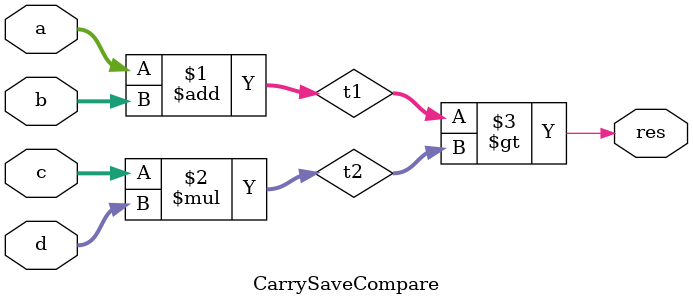
<source format=sv>

module CarrySaveCompare #(
    BW = 8
)
(
    input logic [BW-1:0] a,
    input logic [BW-1:0] b,
    input logic [BW-1:0] c,
    input logic [BW-1:0] d,
    output logic res
);

logic [BW:0] t1;
logic [2*BW-1:0] t2;

assign t1 = a + b;
assign t2 = c * d;
assign res = t1 > t2; 

endmodule
</source>
